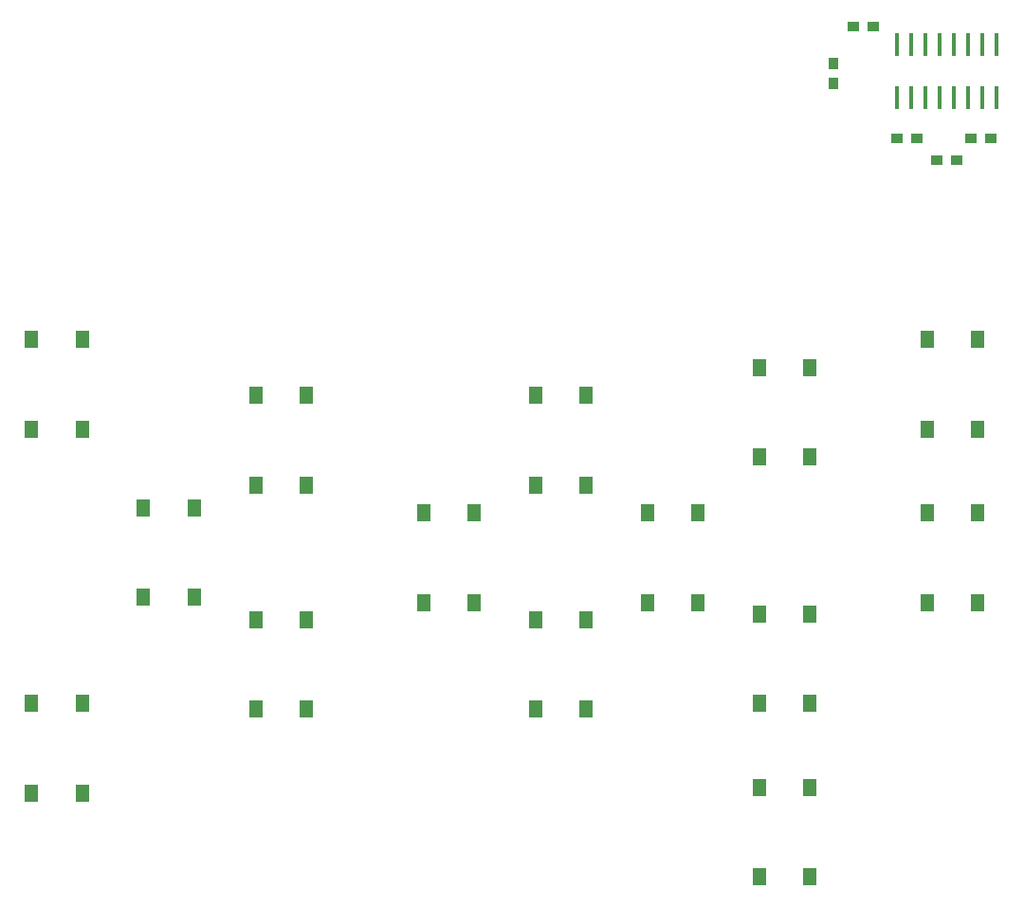
<source format=gbr>
G04 EasyPC Gerber Version 21.0.3 Build 4286 *
%FSLAX35Y35*%
%MOIN*%
%ADD80R,0.01800X0.08200*%
%ADD83R,0.03537X0.03891*%
%ADD81R,0.05112X0.05899*%
%ADD82R,0.03891X0.03537*%
X0Y0D02*
D02*
D80*
X335112Y298037D03*
Y316637D03*
X340112Y298037D03*
Y316637D03*
X345112Y298037D03*
Y316637D03*
X350112Y298037D03*
Y316637D03*
X355112Y298037D03*
Y316637D03*
X360112Y298037D03*
Y316637D03*
X365112Y298037D03*
Y316637D03*
X370112Y298037D03*
Y316637D03*
D02*
D81*
X30762Y53400D03*
Y84896D03*
Y181352D03*
Y212848D03*
X48478Y53400D03*
Y84896D03*
Y181352D03*
Y212848D03*
X70132Y122297D03*
Y153793D03*
X87848Y122297D03*
Y153793D03*
X109502Y82927D03*
Y114423D03*
Y161667D03*
Y193163D03*
X127219Y82927D03*
Y114423D03*
Y161667D03*
Y193163D03*
X168557Y120329D03*
Y151825D03*
X186274Y120329D03*
Y151825D03*
X207927Y82927D03*
Y114423D03*
Y161667D03*
Y193163D03*
X225644Y82927D03*
Y114423D03*
Y161667D03*
Y193163D03*
X247297Y120329D03*
Y151825D03*
X265014Y120329D03*
Y151825D03*
X286667Y23872D03*
Y55368D03*
Y84896D03*
Y116392D03*
Y171510D03*
Y203006D03*
X304384Y23872D03*
Y55368D03*
Y84896D03*
Y116392D03*
Y171510D03*
Y203006D03*
X345722Y120329D03*
Y151825D03*
Y181352D03*
Y212848D03*
X363439Y120329D03*
Y151825D03*
Y181352D03*
Y212848D03*
D02*
D82*
X319585Y323085D03*
X326585D03*
X335112Y283715D03*
X342112D03*
X349112Y275841D03*
X356112D03*
X361112Y283715D03*
X368112D03*
D02*
D83*
X312612Y302837D03*
Y309837D03*
X0Y0D02*
M02*

</source>
